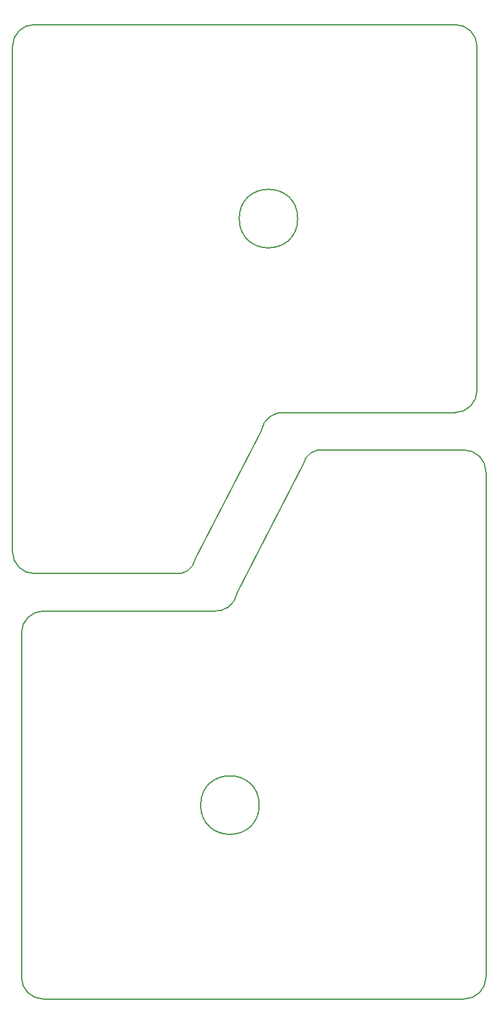
<source format=gbr>
G04 #@! TF.FileFunction,Profile,NP*
%FSLAX46Y46*%
G04 Gerber Fmt 4.6, Leading zero omitted, Abs format (unit mm)*
G04 Created by KiCad (PCBNEW 4.0.7-e2-6376~58~ubuntu16.04.1) date Mon Sep 25 15:39:33 2017*
%MOMM*%
%LPD*%
G01*
G04 APERTURE LIST*
%ADD10C,0.100000*%
%ADD11C,0.150000*%
G04 APERTURE END LIST*
D10*
D11*
X129520000Y-103140000D02*
G75*
G03X126520000Y-100140000I-3000000J0D01*
G01*
X92020000Y-122140000D02*
G75*
G03X95520000Y-119640000I500000J3000000D01*
G01*
X107520000Y-100140000D02*
G75*
G03X104520000Y-102140000I-500000J-2500000D01*
G01*
X69020000Y-122140000D02*
G75*
G03X66020000Y-125140000I0J-3000000D01*
G01*
X66020000Y-172140000D02*
G75*
G03X69020000Y-175140000I3000000J0D01*
G01*
X126520000Y-175140000D02*
G75*
G03X129520000Y-172140000I0J3000000D01*
G01*
X126520000Y-100140000D02*
X107520000Y-100140000D01*
X104520000Y-102140000D02*
X95520000Y-119640000D01*
X92020000Y-122140000D02*
X69020000Y-122140000D01*
X66020000Y-125140000D02*
X66020000Y-172140000D01*
X69020000Y-175140000D02*
X126520000Y-175140000D01*
X129520000Y-172140000D02*
X129520000Y-103140000D01*
X98520000Y-148640000D02*
G75*
G03X98520000Y-148640000I-4000000J0D01*
G01*
X103790000Y-68530000D02*
G75*
G03X103790000Y-68530000I-4000000J0D01*
G01*
X64790000Y-45030000D02*
X64790000Y-114030000D01*
X125290000Y-42030000D02*
X67790000Y-42030000D01*
X128290000Y-92030000D02*
X128290000Y-45030000D01*
X102290000Y-95030000D02*
X125290000Y-95030000D01*
X89790000Y-115030000D02*
X98790000Y-97530000D01*
X67790000Y-117030000D02*
X86790000Y-117030000D01*
X67790000Y-42030000D02*
G75*
G03X64790000Y-45030000I0J-3000000D01*
G01*
X128290000Y-45030000D02*
G75*
G03X125290000Y-42030000I-3000000J0D01*
G01*
X125290000Y-95030000D02*
G75*
G03X128290000Y-92030000I0J3000000D01*
G01*
X86790000Y-117030000D02*
G75*
G03X89790000Y-115030000I500000J2500000D01*
G01*
X102290000Y-95030000D02*
G75*
G03X98790000Y-97530000I-500000J-3000000D01*
G01*
X64790000Y-114030000D02*
G75*
G03X67790000Y-117030000I3000000J0D01*
G01*
M02*

</source>
